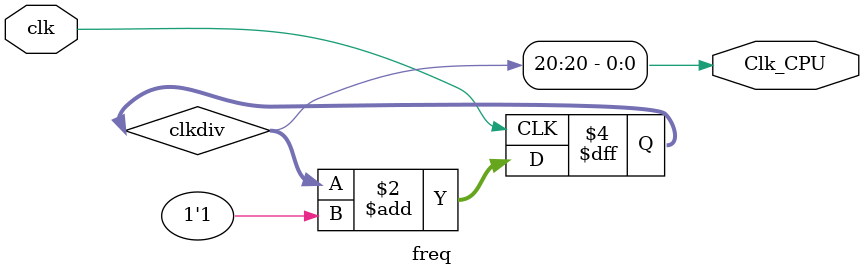
<source format=v>
`timescale 1ns / 1ps
module freq(  //100MHz--->1.562Hz
    input clk,
    output Clk_CPU
    );

reg [31:0] clkdiv;

initial
clkdiv=0;

 always @ (posedge clk) 
    begin
       clkdiv <= clkdiv + 1'b1;
	end
  assign  Clk_CPU = clkdiv[20];

endmodule
</source>
